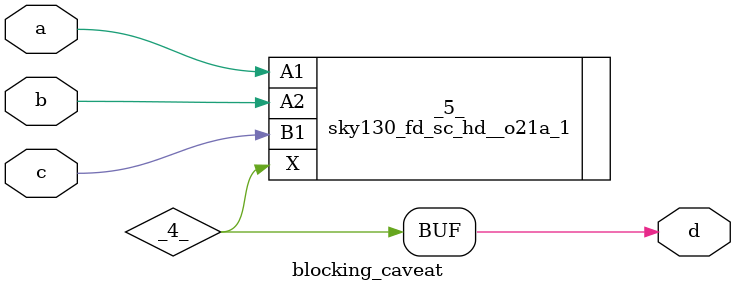
<source format=v>
/* Generated by Yosys 0.47+121 (git sha1 98b4affc4, g++ 13.2.0-23ubuntu4 -fPIC -O3) 
*
RTL Simulation interprets a Flop behaviour while Yosys gives a combinational circuit
*/

module blocking_caveat(a, b, c, d);
  wire _0_;
  wire _1_;
  wire _2_;
  wire _3_;
  wire _4_;
  input a;
  wire a;
  input b;
  wire b;
  input c;
  wire c;
  output d;
  wire d;
  sky130_fd_sc_hd__o21a_1 _5_ (
    .A1(_1_),
    .A2(_2_),
    .B1(_3_),
    .X(_4_)
  );
  assign _1_ = a;
  assign _2_ = b;
  assign _3_ = c;
  assign d = _4_;
endmodule

</source>
